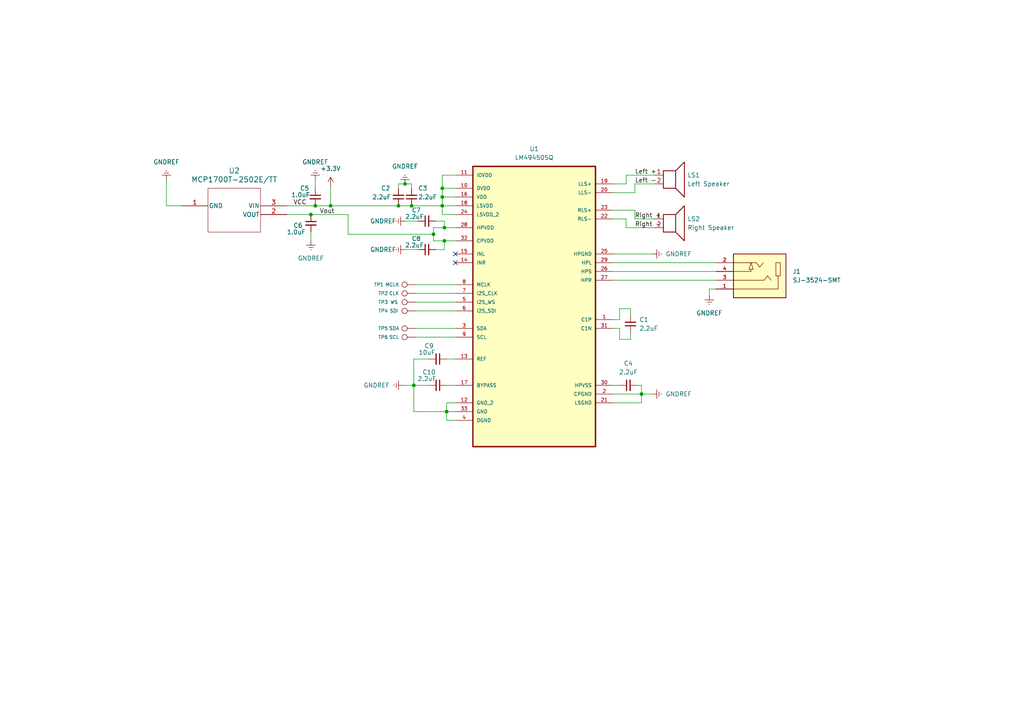
<source format=kicad_sch>
(kicad_sch (version 20230121) (generator eeschema)

  (uuid e635ef85-af0a-4660-97e1-9554409c8a57)

  (paper "A4")

  (lib_symbols
    (symbol "2023-11-27_22-20-51:MCP1700T-2502E_TT" (pin_names (offset 0.254)) (in_bom yes) (on_board yes)
      (property "Reference" "U2" (at 40.64 8.89 0)
        (effects (font (size 1.524 1.524)))
      )
      (property "Value" "MCP1700T-2502E/TT" (at 40.64 6.35 0)
        (effects (font (size 1.524 1.524)))
      )
      (property "Footprint" "SOT-23_MC_MCH" (at 0 0 0)
        (effects (font (size 1.27 1.27) italic) hide)
      )
      (property "Datasheet" "MCP1700T-2502E/TT" (at 0 0 0)
        (effects (font (size 1.27 1.27) italic) hide)
      )
      (property "ki_locked" "" (at 0 0 0)
        (effects (font (size 1.27 1.27)))
      )
      (property "ki_keywords" "MCP1700T-2502E/TT" (at 0 0 0)
        (effects (font (size 1.27 1.27)) hide)
      )
      (property "ki_fp_filters" "SOT-23_MC_MCH SOT-23_MC_MCH-M SOT-23_MC_MCH-L" (at 0 0 0)
        (effects (font (size 1.27 1.27)) hide)
      )
      (symbol "MCP1700T-2502E_TT_0_1"
        (polyline
          (pts
            (xy 33.02 -7.62)
            (xy 48.26 -7.62)
          )
          (stroke (width 0.127) (type default))
          (fill (type none))
        )
        (polyline
          (pts
            (xy 33.02 5.08)
            (xy 33.02 -7.62)
          )
          (stroke (width 0.127) (type default))
          (fill (type none))
        )
        (polyline
          (pts
            (xy 48.26 -7.62)
            (xy 48.26 5.08)
          )
          (stroke (width 0.127) (type default))
          (fill (type none))
        )
        (polyline
          (pts
            (xy 48.26 5.08)
            (xy 33.02 5.08)
          )
          (stroke (width 0.127) (type default))
          (fill (type none))
        )
        (pin unspecified line (at 25.4 0 0) (length 7.62)
          (name "GND" (effects (font (size 1.27 1.27))))
          (number "1" (effects (font (size 1.27 1.27))))
        )
        (pin unspecified line (at 55.88 -2.54 180) (length 7.62)
          (name "VOUT" (effects (font (size 1.27 1.27))))
          (number "2" (effects (font (size 1.27 1.27))))
        )
        (pin unspecified line (at 55.88 0 180) (length 7.62)
          (name "VIN" (effects (font (size 1.27 1.27))))
          (number "3" (effects (font (size 1.27 1.27))))
        )
      )
    )
    (symbol "Connector:TestPoint" (pin_numbers hide) (pin_names (offset 0.762) hide) (in_bom yes) (on_board yes)
      (property "Reference" "TP" (at 0 6.858 0)
        (effects (font (size 1.27 1.27)))
      )
      (property "Value" "TestPoint" (at 0 5.08 0)
        (effects (font (size 1.27 1.27)))
      )
      (property "Footprint" "" (at 5.08 0 0)
        (effects (font (size 1.27 1.27)) hide)
      )
      (property "Datasheet" "~" (at 5.08 0 0)
        (effects (font (size 1.27 1.27)) hide)
      )
      (property "ki_keywords" "test point tp" (at 0 0 0)
        (effects (font (size 1.27 1.27)) hide)
      )
      (property "ki_description" "test point" (at 0 0 0)
        (effects (font (size 1.27 1.27)) hide)
      )
      (property "ki_fp_filters" "Pin* Test*" (at 0 0 0)
        (effects (font (size 1.27 1.27)) hide)
      )
      (symbol "TestPoint_0_1"
        (circle (center 0 3.302) (radius 0.762)
          (stroke (width 0) (type default))
          (fill (type none))
        )
      )
      (symbol "TestPoint_1_1"
        (pin passive line (at 0 0 90) (length 2.54)
          (name "1" (effects (font (size 1.27 1.27))))
          (number "1" (effects (font (size 1.27 1.27))))
        )
      )
    )
    (symbol "Device:C_Small" (pin_numbers hide) (pin_names (offset 0.254) hide) (in_bom yes) (on_board yes)
      (property "Reference" "C" (at 0.254 1.778 0)
        (effects (font (size 1.27 1.27)) (justify left))
      )
      (property "Value" "C_Small" (at 0.254 -2.032 0)
        (effects (font (size 1.27 1.27)) (justify left))
      )
      (property "Footprint" "" (at 0 0 0)
        (effects (font (size 1.27 1.27)) hide)
      )
      (property "Datasheet" "~" (at 0 0 0)
        (effects (font (size 1.27 1.27)) hide)
      )
      (property "ki_keywords" "capacitor cap" (at 0 0 0)
        (effects (font (size 1.27 1.27)) hide)
      )
      (property "ki_description" "Unpolarized capacitor, small symbol" (at 0 0 0)
        (effects (font (size 1.27 1.27)) hide)
      )
      (property "ki_fp_filters" "C_*" (at 0 0 0)
        (effects (font (size 1.27 1.27)) hide)
      )
      (symbol "C_Small_0_1"
        (polyline
          (pts
            (xy -1.524 -0.508)
            (xy 1.524 -0.508)
          )
          (stroke (width 0.3302) (type default))
          (fill (type none))
        )
        (polyline
          (pts
            (xy -1.524 0.508)
            (xy 1.524 0.508)
          )
          (stroke (width 0.3048) (type default))
          (fill (type none))
        )
      )
      (symbol "C_Small_1_1"
        (pin passive line (at 0 2.54 270) (length 2.032)
          (name "~" (effects (font (size 1.27 1.27))))
          (number "1" (effects (font (size 1.27 1.27))))
        )
        (pin passive line (at 0 -2.54 90) (length 2.032)
          (name "~" (effects (font (size 1.27 1.27))))
          (number "2" (effects (font (size 1.27 1.27))))
        )
      )
    )
    (symbol "Device:Speaker" (pin_names (offset 0) hide) (in_bom yes) (on_board yes)
      (property "Reference" "LS" (at 1.27 5.715 0)
        (effects (font (size 1.27 1.27)) (justify right))
      )
      (property "Value" "Speaker" (at 1.27 3.81 0)
        (effects (font (size 1.27 1.27)) (justify right))
      )
      (property "Footprint" "" (at 0 -5.08 0)
        (effects (font (size 1.27 1.27)) hide)
      )
      (property "Datasheet" "~" (at -0.254 -1.27 0)
        (effects (font (size 1.27 1.27)) hide)
      )
      (property "ki_keywords" "speaker sound" (at 0 0 0)
        (effects (font (size 1.27 1.27)) hide)
      )
      (property "ki_description" "Speaker" (at 0 0 0)
        (effects (font (size 1.27 1.27)) hide)
      )
      (symbol "Speaker_0_0"
        (rectangle (start -2.54 1.27) (end 1.016 -3.81)
          (stroke (width 0.254) (type default))
          (fill (type none))
        )
        (polyline
          (pts
            (xy 1.016 1.27)
            (xy 3.556 3.81)
            (xy 3.556 -6.35)
            (xy 1.016 -3.81)
          )
          (stroke (width 0.254) (type default))
          (fill (type none))
        )
      )
      (symbol "Speaker_1_1"
        (pin input line (at -5.08 0 0) (length 2.54)
          (name "1" (effects (font (size 1.27 1.27))))
          (number "1" (effects (font (size 1.27 1.27))))
        )
        (pin input line (at -5.08 -2.54 0) (length 2.54)
          (name "2" (effects (font (size 1.27 1.27))))
          (number "2" (effects (font (size 1.27 1.27))))
        )
      )
    )
    (symbol "LM49450SQ:LM49450SQ" (pin_names (offset 1.016)) (in_bom yes) (on_board yes)
      (property "Reference" "U1" (at 0 43.18 0)
        (effects (font (size 1.27 1.27)))
      )
      (property "Value" "LM49450SQ" (at 0 40.64 0)
        (effects (font (size 1.27 1.27)))
      )
      (property "Footprint" "LM49450SQ:QFN50P500X500X80-33N" (at 0 0 0)
        (effects (font (size 1.27 1.27)) (justify bottom) hide)
      )
      (property "Datasheet" "" (at 0 0 0)
        (effects (font (size 1.27 1.27)) hide)
      )
      (property "DigiKey_Part_Number" "" (at 0 0 0)
        (effects (font (size 1.27 1.27)) (justify bottom) hide)
      )
      (property "SnapEDA_Link" "https://www.snapeda.com/parts/LM49450SQ/Texas+Instruments/view-part/?ref=snap" (at 0 0 0)
        (effects (font (size 1.27 1.27)) (justify bottom) hide)
      )
      (property "Description" "\nAmplifier IC 2-Channel (Stereo) with Stereo Headphones Class D 32-WQFN (5x5)\n" (at 0 0 0)
        (effects (font (size 1.27 1.27)) (justify bottom) hide)
      )
      (property "PACKAGE" "LLP-32" (at 0 0 0)
        (effects (font (size 1.27 1.27)) (justify bottom) hide)
      )
      (property "MPN" "LM49450SQ" (at 0 0 0)
        (effects (font (size 1.27 1.27)) (justify bottom) hide)
      )
      (property "Package" "LLP-32 Texas Instruments" (at 0 0 0)
        (effects (font (size 1.27 1.27)) (justify bottom) hide)
      )
      (property "OC_FARNELL" "1685401" (at 0 0 0)
        (effects (font (size 1.27 1.27)) (justify bottom) hide)
      )
      (property "MF" "Texas Instruments" (at 0 0 0)
        (effects (font (size 1.27 1.27)) (justify bottom) hide)
      )
      (property "MP" "LM49450SQ" (at 0 0 0)
        (effects (font (size 1.27 1.27)) (justify bottom) hide)
      )
      (property "SUPPLIER" "National semiconductor" (at 0 0 0)
        (effects (font (size 1.27 1.27)) (justify bottom) hide)
      )
      (property "OC_NEWARK" "84M8142" (at 0 0 0)
        (effects (font (size 1.27 1.27)) (justify bottom) hide)
      )
      (property "Check_prices" "https://www.snapeda.com/parts/LM49450SQ/Texas+Instruments/view-part/?ref=eda" (at 0 0 0)
        (effects (font (size 1.27 1.27)) (justify bottom) hide)
      )
      (symbol "LM49450SQ_0_0"
        (rectangle (start -17.78 38.1) (end 17.78 -43.18)
          (stroke (width 0.4064) (type default))
          (fill (type background))
        )
        (pin passive line (at 22.86 -6.35 180) (length 5.08)
          (name "C1P" (effects (font (size 1.016 1.016))))
          (number "1" (effects (font (size 1.016 1.016))))
        )
        (pin power_in line (at -22.86 31.75 0) (length 5.08)
          (name "DVDD" (effects (font (size 1.016 1.016))))
          (number "10" (effects (font (size 1.016 1.016))))
        )
        (pin power_in line (at -22.86 35.56 0) (length 5.08)
          (name "IOVDD" (effects (font (size 1.016 1.016))))
          (number "11" (effects (font (size 1.016 1.016))))
        )
        (pin passive line (at -22.86 -30.48 0) (length 5.08)
          (name "GND_2" (effects (font (size 1.016 1.016))))
          (number "12" (effects (font (size 1.016 1.016))))
        )
        (pin passive line (at -22.86 -17.78 0) (length 5.08)
          (name "REF" (effects (font (size 1.016 1.016))))
          (number "13" (effects (font (size 1.016 1.016))))
        )
        (pin input line (at -22.86 10.16 0) (length 5.08)
          (name "INR" (effects (font (size 1.016 1.016))))
          (number "14" (effects (font (size 1.016 1.016))))
        )
        (pin input line (at -22.86 12.7 0) (length 5.08)
          (name "INL" (effects (font (size 1.016 1.016))))
          (number "15" (effects (font (size 1.016 1.016))))
        )
        (pin power_in line (at -22.86 29.21 0) (length 5.08)
          (name "VDD" (effects (font (size 1.016 1.016))))
          (number "16" (effects (font (size 1.016 1.016))))
        )
        (pin passive line (at -22.86 -25.4 0) (length 5.08)
          (name "BYPASS" (effects (font (size 1.016 1.016))))
          (number "17" (effects (font (size 1.016 1.016))))
        )
        (pin power_in line (at -22.86 26.67 0) (length 5.08)
          (name "LSVDD" (effects (font (size 1.016 1.016))))
          (number "18" (effects (font (size 1.016 1.016))))
        )
        (pin output line (at 22.86 33.02 180) (length 5.08)
          (name "LLS+" (effects (font (size 1.016 1.016))))
          (number "19" (effects (font (size 1.016 1.016))))
        )
        (pin passive line (at 22.86 -27.94 180) (length 5.08)
          (name "CPGND" (effects (font (size 1.016 1.016))))
          (number "2" (effects (font (size 1.016 1.016))))
        )
        (pin output line (at 22.86 30.48 180) (length 5.08)
          (name "LLS-" (effects (font (size 1.016 1.016))))
          (number "20" (effects (font (size 1.016 1.016))))
        )
        (pin passive line (at 22.86 -30.48 180) (length 5.08)
          (name "LSGND" (effects (font (size 1.016 1.016))))
          (number "21" (effects (font (size 1.016 1.016))))
        )
        (pin output line (at 22.86 22.86 180) (length 5.08)
          (name "RLS-" (effects (font (size 1.016 1.016))))
          (number "22" (effects (font (size 1.016 1.016))))
        )
        (pin output line (at 22.86 25.4 180) (length 5.08)
          (name "RLS+" (effects (font (size 1.016 1.016))))
          (number "23" (effects (font (size 1.016 1.016))))
        )
        (pin power_in line (at -22.86 24.13 0) (length 5.08)
          (name "LSVDD_2" (effects (font (size 1.016 1.016))))
          (number "24" (effects (font (size 1.016 1.016))))
        )
        (pin passive line (at 22.86 12.7 180) (length 5.08)
          (name "HPGND" (effects (font (size 1.016 1.016))))
          (number "25" (effects (font (size 1.016 1.016))))
        )
        (pin input line (at 22.86 7.62 180) (length 5.08)
          (name "HPS" (effects (font (size 1.016 1.016))))
          (number "26" (effects (font (size 1.016 1.016))))
        )
        (pin output line (at 22.86 5.08 180) (length 5.08)
          (name "HPR" (effects (font (size 1.016 1.016))))
          (number "27" (effects (font (size 1.016 1.016))))
        )
        (pin power_in line (at -22.86 20.32 0) (length 5.08)
          (name "HPVDD" (effects (font (size 1.016 1.016))))
          (number "28" (effects (font (size 1.016 1.016))))
        )
        (pin output line (at 22.86 10.16 180) (length 5.08)
          (name "HPL" (effects (font (size 1.016 1.016))))
          (number "29" (effects (font (size 1.016 1.016))))
        )
        (pin input line (at -22.86 -8.89 0) (length 5.08)
          (name "SDA" (effects (font (size 1.016 1.016))))
          (number "3" (effects (font (size 1.016 1.016))))
        )
        (pin power_in line (at 22.86 -25.4 180) (length 5.08)
          (name "HPVSS" (effects (font (size 1.016 1.016))))
          (number "30" (effects (font (size 1.016 1.016))))
        )
        (pin passive line (at 22.86 -8.89 180) (length 5.08)
          (name "C1N" (effects (font (size 1.016 1.016))))
          (number "31" (effects (font (size 1.016 1.016))))
        )
        (pin power_in line (at -22.86 16.51 0) (length 5.08)
          (name "CPVDD" (effects (font (size 1.016 1.016))))
          (number "32" (effects (font (size 1.016 1.016))))
        )
        (pin passive line (at -22.86 -33.02 0) (length 5.08)
          (name "GND" (effects (font (size 1.016 1.016))))
          (number "33" (effects (font (size 1.016 1.016))))
        )
        (pin passive line (at -22.86 -35.56 0) (length 5.08)
          (name "DGND" (effects (font (size 1.016 1.016))))
          (number "4" (effects (font (size 1.016 1.016))))
        )
        (pin input line (at -22.86 -1.27 0) (length 5.08)
          (name "I2S_WS" (effects (font (size 1.016 1.016))))
          (number "5" (effects (font (size 1.016 1.016))))
        )
        (pin input line (at -22.86 -3.81 0) (length 5.08)
          (name "I2S_SDI" (effects (font (size 1.016 1.016))))
          (number "6" (effects (font (size 1.016 1.016))))
        )
        (pin input line (at -22.86 1.27 0) (length 5.08)
          (name "I2S_CLK" (effects (font (size 1.016 1.016))))
          (number "7" (effects (font (size 1.016 1.016))))
        )
        (pin input line (at -22.86 3.81 0) (length 5.08)
          (name "MCLK" (effects (font (size 1.016 1.016))))
          (number "8" (effects (font (size 1.016 1.016))))
        )
        (pin input line (at -22.86 -11.43 0) (length 5.08)
          (name "SCL" (effects (font (size 1.016 1.016))))
          (number "9" (effects (font (size 1.016 1.016))))
        )
      )
    )
    (symbol "SJ-3524-SMT:SJ-3524-SMT" (pin_names (offset 1.016)) (in_bom yes) (on_board yes)
      (property "Reference" "J" (at -7.637 8.2738 0)
        (effects (font (size 1.27 1.27)) (justify left bottom))
      )
      (property "Value" "SJ-3524-SMT" (at -7.6519 -7.6606 0)
        (effects (font (size 1.27 1.27)) (justify left bottom))
      )
      (property "Footprint" "SJ-3524-SMT:CUI_SJ-3524-SMT" (at 0 0 0)
        (effects (font (size 1.27 1.27)) (justify bottom) hide)
      )
      (property "Datasheet" "" (at 0 0 0)
        (effects (font (size 1.27 1.27)) hide)
      )
      (property "MF" "CUI Devices" (at 0 0 0)
        (effects (font (size 1.27 1.27)) (justify bottom) hide)
      )
      (property "Description" "3.5 mm, Stereo, Right Angle, Surface Mount (SMT), 3 Conductors, 1 Internal Switch, Audio Jack Connector" (at 0 0 0)
        (effects (font (size 1.27 1.27)) (justify bottom) hide)
      )
      (property "Package" "None" (at 0 0 0)
        (effects (font (size 1.27 1.27)) (justify bottom) hide)
      )
      (property "Price" "None" (at 0 0 0)
        (effects (font (size 1.27 1.27)) (justify bottom) hide)
      )
      (property "STANDARD" "Manufacturer recommendations" (at 0 0 0)
        (effects (font (size 1.27 1.27)) (justify bottom) hide)
      )
      (property "PARTREV" "1.03" (at 0 0 0)
        (effects (font (size 1.27 1.27)) (justify bottom) hide)
      )
      (property "SnapEDA_Link" "https://www.snapeda.com/parts/SJ-3524-SMT-TR/CUI+Devices/view-part/?ref=snap" (at 0 0 0)
        (effects (font (size 1.27 1.27)) (justify bottom) hide)
      )
      (property "MP" "SJ-3524-SMT-TR" (at 0 0 0)
        (effects (font (size 1.27 1.27)) (justify bottom) hide)
      )
      (property "Purchase-URL" "https://www.snapeda.com/api/url_track_click_mouser/?unipart_id=328268&manufacturer=CUI Devices&part_name=SJ-3524-SMT-TR&search_term=None" (at 0 0 0)
        (effects (font (size 1.27 1.27)) (justify bottom) hide)
      )
      (property "CUI_purchase_URL" "https://www.cuidevices.com/product/interconnect/connectors/audio-connectors/jacks/sj-3524-smt-tr?utm_source=snapeda.com&utm_medium=referral&utm_campaign=snapedaBOM" (at 0 0 0)
        (effects (font (size 1.27 1.27)) (justify bottom) hide)
      )
      (property "Availability" "In Stock" (at 0 0 0)
        (effects (font (size 1.27 1.27)) (justify bottom) hide)
      )
      (property "Check_prices" "https://www.snapeda.com/parts/SJ-3524-SMT-TR/CUI+Devices/view-part/?ref=eda" (at 0 0 0)
        (effects (font (size 1.27 1.27)) (justify bottom) hide)
      )
      (symbol "SJ-3524-SMT_0_0"
        (rectangle (start -7.62 -5.08) (end 7.62 7.62)
          (stroke (width 0.254) (type default))
          (fill (type background))
        )
        (polyline
          (pts
            (xy -5.969 -2.54)
            (xy -4.699 -2.54)
          )
          (stroke (width 0.1524) (type default))
          (fill (type none))
        )
        (polyline
          (pts
            (xy -5.969 1.27)
            (xy -5.969 -2.54)
          )
          (stroke (width 0.1524) (type default))
          (fill (type none))
        )
        (polyline
          (pts
            (xy -5.334 1.27)
            (xy -5.969 1.27)
          )
          (stroke (width 0.1524) (type default))
          (fill (type none))
        )
        (polyline
          (pts
            (xy -5.334 1.27)
            (xy -5.334 5.08)
          )
          (stroke (width 0.1524) (type default))
          (fill (type none))
        )
        (polyline
          (pts
            (xy -5.334 5.08)
            (xy 7.62 5.08)
          )
          (stroke (width 0.1524) (type default))
          (fill (type none))
        )
        (polyline
          (pts
            (xy -4.699 -2.54)
            (xy -4.699 1.27)
          )
          (stroke (width 0.1524) (type default))
          (fill (type none))
        )
        (polyline
          (pts
            (xy -4.699 1.27)
            (xy -5.334 1.27)
          )
          (stroke (width 0.1524) (type default))
          (fill (type none))
        )
        (polyline
          (pts
            (xy -2.286 1.27)
            (xy -3.302 2.54)
          )
          (stroke (width 0.1524) (type default))
          (fill (type none))
        )
        (polyline
          (pts
            (xy -1.27 2.54)
            (xy -2.286 1.27)
          )
          (stroke (width 0.1524) (type default))
          (fill (type none))
        )
        (polyline
          (pts
            (xy -1.016 -2.54)
            (xy 0 -1.27)
          )
          (stroke (width 0.1524) (type default))
          (fill (type none))
        )
        (polyline
          (pts
            (xy 0 -1.27)
            (xy 1.016 -2.54)
          )
          (stroke (width 0.1524) (type default))
          (fill (type none))
        )
        (polyline
          (pts
            (xy 1.9 -0.6)
            (xy 2.5 -2.53)
          )
          (stroke (width 0.1524) (type default))
          (fill (type none))
        )
        (polyline
          (pts
            (xy 1.9 -0.6)
            (xy 3.09 -0.6)
          )
          (stroke (width 0.1524) (type default))
          (fill (type none))
        )
        (polyline
          (pts
            (xy 2.53 -2.52)
            (xy 2.53 -2.53)
          )
          (stroke (width 0.1524) (type default))
          (fill (type none))
        )
        (polyline
          (pts
            (xy 2.54 0)
            (xy 2.54 -0.62)
          )
          (stroke (width 0.1524) (type default))
          (fill (type none))
        )
        (polyline
          (pts
            (xy 2.54 0)
            (xy 7.62 0)
          )
          (stroke (width 0.1524) (type default))
          (fill (type none))
        )
        (polyline
          (pts
            (xy 3.09 -0.6)
            (xy 2.53 -2.52)
          )
          (stroke (width 0.1524) (type default))
          (fill (type none))
        )
        (polyline
          (pts
            (xy 7.62 -2.54)
            (xy 1.016 -2.54)
          )
          (stroke (width 0.1524) (type default))
          (fill (type none))
        )
        (polyline
          (pts
            (xy 7.62 2.54)
            (xy -1.27 2.54)
          )
          (stroke (width 0.1524) (type default))
          (fill (type none))
        )
        (pin passive line (at 12.7 5.08 180) (length 5.08)
          (name "~" (effects (font (size 1.016 1.016))))
          (number "1" (effects (font (size 1.016 1.016))))
        )
        (pin passive line (at 12.7 -2.54 180) (length 5.08)
          (name "~" (effects (font (size 1.016 1.016))))
          (number "2" (effects (font (size 1.016 1.016))))
        )
        (pin passive line (at 12.7 2.54 180) (length 5.08)
          (name "~" (effects (font (size 1.016 1.016))))
          (number "3" (effects (font (size 1.016 1.016))))
        )
        (pin passive line (at 12.7 0 180) (length 5.08)
          (name "~" (effects (font (size 1.016 1.016))))
          (number "4" (effects (font (size 1.016 1.016))))
        )
      )
    )
    (symbol "power:+3.3V" (power) (pin_names (offset 0)) (in_bom yes) (on_board yes)
      (property "Reference" "#PWR" (at 0 -3.81 0)
        (effects (font (size 1.27 1.27)) hide)
      )
      (property "Value" "+3.3V" (at 0 3.556 0)
        (effects (font (size 1.27 1.27)))
      )
      (property "Footprint" "" (at 0 0 0)
        (effects (font (size 1.27 1.27)) hide)
      )
      (property "Datasheet" "" (at 0 0 0)
        (effects (font (size 1.27 1.27)) hide)
      )
      (property "ki_keywords" "global power" (at 0 0 0)
        (effects (font (size 1.27 1.27)) hide)
      )
      (property "ki_description" "Power symbol creates a global label with name \"+3.3V\"" (at 0 0 0)
        (effects (font (size 1.27 1.27)) hide)
      )
      (symbol "+3.3V_0_1"
        (polyline
          (pts
            (xy -0.762 1.27)
            (xy 0 2.54)
          )
          (stroke (width 0) (type default))
          (fill (type none))
        )
        (polyline
          (pts
            (xy 0 0)
            (xy 0 2.54)
          )
          (stroke (width 0) (type default))
          (fill (type none))
        )
        (polyline
          (pts
            (xy 0 2.54)
            (xy 0.762 1.27)
          )
          (stroke (width 0) (type default))
          (fill (type none))
        )
      )
      (symbol "+3.3V_1_1"
        (pin power_in line (at 0 0 90) (length 0) hide
          (name "+3.3V" (effects (font (size 1.27 1.27))))
          (number "1" (effects (font (size 1.27 1.27))))
        )
      )
    )
    (symbol "power:GNDREF" (power) (pin_names (offset 0)) (in_bom yes) (on_board yes)
      (property "Reference" "#PWR" (at 0 -6.35 0)
        (effects (font (size 1.27 1.27)) hide)
      )
      (property "Value" "GNDREF" (at 0 -3.81 0)
        (effects (font (size 1.27 1.27)))
      )
      (property "Footprint" "" (at 0 0 0)
        (effects (font (size 1.27 1.27)) hide)
      )
      (property "Datasheet" "" (at 0 0 0)
        (effects (font (size 1.27 1.27)) hide)
      )
      (property "ki_keywords" "global power" (at 0 0 0)
        (effects (font (size 1.27 1.27)) hide)
      )
      (property "ki_description" "Power symbol creates a global label with name \"GNDREF\" , reference supply ground" (at 0 0 0)
        (effects (font (size 1.27 1.27)) hide)
      )
      (symbol "GNDREF_0_1"
        (polyline
          (pts
            (xy -0.635 -1.905)
            (xy 0.635 -1.905)
          )
          (stroke (width 0) (type default))
          (fill (type none))
        )
        (polyline
          (pts
            (xy -0.127 -2.54)
            (xy 0.127 -2.54)
          )
          (stroke (width 0) (type default))
          (fill (type none))
        )
        (polyline
          (pts
            (xy 0 -1.27)
            (xy 0 0)
          )
          (stroke (width 0) (type default))
          (fill (type none))
        )
        (polyline
          (pts
            (xy 1.27 -1.27)
            (xy -1.27 -1.27)
          )
          (stroke (width 0) (type default))
          (fill (type none))
        )
      )
      (symbol "GNDREF_1_1"
        (pin power_in line (at 0 0 270) (length 0) hide
          (name "GNDREF" (effects (font (size 1.27 1.27))))
          (number "1" (effects (font (size 1.27 1.27))))
        )
      )
    )
  )

  (junction (at 186.055 114.3) (diameter 0) (color 0 0 0 0)
    (uuid 19570315-02e3-4847-816c-781d02f2bbdb)
  )
  (junction (at 115.57 59.69) (diameter 0) (color 0 0 0 0)
    (uuid 2ab8081b-00fb-439e-810d-056ac8ec3f4a)
  )
  (junction (at 119.38 59.69) (diameter 0) (color 0 0 0 0)
    (uuid 4515eed7-9efd-4798-9821-6462036d9d43)
  )
  (junction (at 120.015 111.76) (diameter 0) (color 0 0 0 0)
    (uuid 4d0b6e09-c137-4764-88ed-8d925e3c0461)
  )
  (junction (at 128.27 59.69) (diameter 0) (color 0 0 0 0)
    (uuid 72678646-b493-4330-aa79-a98ad309d2e4)
  )
  (junction (at 129.54 119.38) (diameter 0) (color 0 0 0 0)
    (uuid 81ced38e-9ded-4fac-8ddf-14f97007fe61)
  )
  (junction (at 128.27 57.15) (diameter 0) (color 0 0 0 0)
    (uuid 84f79016-26da-456c-82b4-148c679f4e71)
  )
  (junction (at 91.44 59.69) (diameter 0) (color 0 0 0 0)
    (uuid 968aaaab-d72c-4114-b400-b25b9da0f111)
  )
  (junction (at 128.905 66.04) (diameter 0) (color 0 0 0 0)
    (uuid 971fd90e-9241-4dda-ae04-2ea7c8372e11)
  )
  (junction (at 128.905 69.85) (diameter 0) (color 0 0 0 0)
    (uuid a451ec45-4ac9-4752-88cd-30dac116e8a9)
  )
  (junction (at 117.475 53.34) (diameter 0) (color 0 0 0 0)
    (uuid b80e904c-747a-4021-8aea-0ba16704ec7b)
  )
  (junction (at 95.885 59.69) (diameter 0) (color 0 0 0 0)
    (uuid d1139f86-87fe-4f3f-af3f-7f40aeefce17)
  )
  (junction (at 125.73 67.945) (diameter 0) (color 0 0 0 0)
    (uuid f826cd65-c836-46e4-bfde-fd16e7ceb4c3)
  )
  (junction (at 128.27 54.61) (diameter 0) (color 0 0 0 0)
    (uuid fb179b3c-40f9-46b8-8cb2-0a6a451d8037)
  )
  (junction (at 90.17 62.23) (diameter 0) (color 0 0 0 0)
    (uuid ff084265-f4b8-481b-9597-39ce71bf83e5)
  )

  (no_connect (at 132.08 76.2) (uuid 86a206b4-e390-4b5f-bc85-f809d2b8386d))
  (no_connect (at 132.08 73.66) (uuid c3636adb-1384-4f99-ac7a-060148f409ca))

  (wire (pts (xy 179.705 92.71) (xy 179.705 89.535))
    (stroke (width 0) (type default))
    (uuid 02706681-3331-48ff-98c7-50f580c06f1a)
  )
  (wire (pts (xy 128.27 62.23) (xy 132.08 62.23))
    (stroke (width 0) (type default))
    (uuid 07dbd0b0-f965-4788-aba8-69bfdb1c199e)
  )
  (wire (pts (xy 182.88 96.52) (xy 182.88 98.425))
    (stroke (width 0) (type default))
    (uuid 0961241a-cf3e-447d-a0d8-2a6eb254569e)
  )
  (wire (pts (xy 186.055 114.3) (xy 189.23 114.3))
    (stroke (width 0) (type default))
    (uuid 0a285e7f-da9a-4bdb-9f9e-1f3898a63ede)
  )
  (wire (pts (xy 177.8 92.71) (xy 179.705 92.71))
    (stroke (width 0) (type default))
    (uuid 0c501e50-f04b-4191-a716-de95d8bc5a7b)
  )
  (wire (pts (xy 184.15 55.88) (xy 184.15 53.34))
    (stroke (width 0) (type default))
    (uuid 0d0b15de-50c7-4e31-a357-a10522d3efc2)
  )
  (wire (pts (xy 120.65 90.17) (xy 132.08 90.17))
    (stroke (width 0) (type default))
    (uuid 0df1378c-614e-4068-beae-5daadc6e198d)
  )
  (wire (pts (xy 124.46 104.14) (xy 120.015 104.14))
    (stroke (width 0) (type default))
    (uuid 104b50b0-be04-4710-802b-b21eced5942b)
  )
  (wire (pts (xy 120.65 82.55) (xy 132.08 82.55))
    (stroke (width 0) (type default))
    (uuid 11f00e87-bf23-4530-bd22-8486baae2ef5)
  )
  (wire (pts (xy 177.8 53.34) (xy 181.61 53.34))
    (stroke (width 0) (type default))
    (uuid 1621178c-60c4-4267-b92f-6e8846780eba)
  )
  (wire (pts (xy 100.965 62.23) (xy 90.17 62.23))
    (stroke (width 0) (type default))
    (uuid 162593f7-d7ac-4cb6-bd68-dee7950aa315)
  )
  (wire (pts (xy 125.73 66.04) (xy 125.73 67.945))
    (stroke (width 0) (type default))
    (uuid 16896edc-3f82-40b5-afe4-c5f01423fef2)
  )
  (wire (pts (xy 48.26 52.07) (xy 48.26 59.69))
    (stroke (width 0) (type default))
    (uuid 17d54e6f-28bd-4095-a77c-e9b12d2738a5)
  )
  (wire (pts (xy 128.905 66.04) (xy 132.08 66.04))
    (stroke (width 0) (type default))
    (uuid 1cf8915c-b9f4-413f-9d29-035346fc7fc6)
  )
  (wire (pts (xy 177.8 60.96) (xy 184.15 60.96))
    (stroke (width 0) (type default))
    (uuid 2438096f-2da1-4f0d-ad31-32aa13dcc51b)
  )
  (wire (pts (xy 177.8 63.5) (xy 181.61 63.5))
    (stroke (width 0) (type default))
    (uuid 2573fe49-9ad2-4fab-a913-ed2babf53ea8)
  )
  (wire (pts (xy 132.08 57.15) (xy 128.27 57.15))
    (stroke (width 0) (type default))
    (uuid 2bff60a3-9db3-4c9d-8710-d257af9ee971)
  )
  (wire (pts (xy 117.475 64.135) (xy 121.285 64.135))
    (stroke (width 0) (type default))
    (uuid 2d204f9e-1b01-4b78-bbf2-e02ec803a671)
  )
  (wire (pts (xy 120.65 95.25) (xy 132.08 95.25))
    (stroke (width 0) (type default))
    (uuid 31fcf0eb-404d-49a6-a629-58408bc50adf)
  )
  (wire (pts (xy 91.44 59.69) (xy 95.885 59.69))
    (stroke (width 0) (type default))
    (uuid 359fd188-61a8-40eb-a508-a60f6028f9c0)
  )
  (wire (pts (xy 177.8 111.76) (xy 179.705 111.76))
    (stroke (width 0) (type default))
    (uuid 3616e659-0a8b-4931-ba8a-24550c7b91be)
  )
  (wire (pts (xy 177.8 116.84) (xy 186.055 116.84))
    (stroke (width 0) (type default))
    (uuid 379e9038-6df3-4d51-b4e0-baa2e905f33c)
  )
  (wire (pts (xy 181.61 66.04) (xy 189.865 66.04))
    (stroke (width 0) (type default))
    (uuid 38f8622e-351e-43b2-b6d3-123d65459fc4)
  )
  (wire (pts (xy 129.54 119.38) (xy 132.08 119.38))
    (stroke (width 0) (type default))
    (uuid 3b5e0b6e-9950-416d-9fd5-6485e64fc9d6)
  )
  (wire (pts (xy 181.61 53.34) (xy 181.61 50.8))
    (stroke (width 0) (type default))
    (uuid 3ef10fc9-e88f-4994-964b-6cd6c077ac85)
  )
  (wire (pts (xy 177.8 78.74) (xy 207.645 78.74))
    (stroke (width 0) (type default))
    (uuid 40441780-2f9e-4678-8705-14565246e5ed)
  )
  (wire (pts (xy 186.055 116.84) (xy 186.055 114.3))
    (stroke (width 0) (type default))
    (uuid 42fe9329-cc24-4b4e-8925-8bcdc944203f)
  )
  (wire (pts (xy 95.885 53.975) (xy 95.885 59.69))
    (stroke (width 0) (type default))
    (uuid 4a99cdd6-f770-4df3-950e-2c8370efa5cd)
  )
  (wire (pts (xy 128.27 50.8) (xy 128.27 54.61))
    (stroke (width 0) (type default))
    (uuid 4ca13e3a-466f-42c8-b53b-e934f256ff1e)
  )
  (wire (pts (xy 184.15 63.5) (xy 189.865 63.5))
    (stroke (width 0) (type default))
    (uuid 5396a367-f12a-433e-a1b4-e0efe6ba0bf8)
  )
  (wire (pts (xy 129.54 104.14) (xy 132.08 104.14))
    (stroke (width 0) (type default))
    (uuid 5475e05e-c7e2-4bb1-ba7a-d6d944235b45)
  )
  (wire (pts (xy 120.015 111.76) (xy 120.015 119.38))
    (stroke (width 0) (type default))
    (uuid 56ef9131-139d-4101-b989-53d301f5462a)
  )
  (wire (pts (xy 182.88 89.535) (xy 182.88 91.44))
    (stroke (width 0) (type default))
    (uuid 5a15b9cf-97ac-41ab-a873-fd95c0fa2e2b)
  )
  (wire (pts (xy 177.8 73.66) (xy 189.23 73.66))
    (stroke (width 0) (type default))
    (uuid 5ed5eb1e-e116-4c06-aac8-77577d99157c)
  )
  (wire (pts (xy 207.645 83.82) (xy 205.74 83.82))
    (stroke (width 0) (type default))
    (uuid 61193295-8ded-4ddb-83ad-fdecea81f3cd)
  )
  (wire (pts (xy 177.8 114.3) (xy 186.055 114.3))
    (stroke (width 0) (type default))
    (uuid 624d5745-0198-408e-9913-a933be3c3393)
  )
  (wire (pts (xy 125.73 69.85) (xy 128.905 69.85))
    (stroke (width 0) (type default))
    (uuid 639b076c-92f9-4fed-a04e-decd11e57897)
  )
  (wire (pts (xy 115.57 59.69) (xy 119.38 59.69))
    (stroke (width 0) (type default))
    (uuid 66082bd9-5f06-4358-8827-cfa2cd5a70cf)
  )
  (wire (pts (xy 120.015 119.38) (xy 129.54 119.38))
    (stroke (width 0) (type default))
    (uuid 6fd29eae-2088-4f76-a6b5-5aa133d450e7)
  )
  (wire (pts (xy 179.705 98.425) (xy 182.88 98.425))
    (stroke (width 0) (type default))
    (uuid 70b9a0c2-d44a-49b8-baf0-0d91b14f964e)
  )
  (wire (pts (xy 125.73 67.945) (xy 125.73 69.85))
    (stroke (width 0) (type default))
    (uuid 7261a9a8-114c-4147-bfcb-b88936123699)
  )
  (wire (pts (xy 90.17 67.31) (xy 90.17 69.85))
    (stroke (width 0) (type default))
    (uuid 784fb2b7-27cb-4f9d-8090-882face0bafb)
  )
  (wire (pts (xy 116.84 111.76) (xy 120.015 111.76))
    (stroke (width 0) (type default))
    (uuid 78709d1a-2928-4b74-9ce5-86bf7538c494)
  )
  (wire (pts (xy 128.905 64.135) (xy 128.905 66.04))
    (stroke (width 0) (type default))
    (uuid 8385a4f5-7b88-49be-94f1-8bd56479f39f)
  )
  (wire (pts (xy 125.73 66.04) (xy 128.905 66.04))
    (stroke (width 0) (type default))
    (uuid 85e55374-3990-49b3-b866-2fe3290ac528)
  )
  (wire (pts (xy 184.15 53.34) (xy 189.865 53.34))
    (stroke (width 0) (type default))
    (uuid 86a95296-4a32-44b8-98dd-d67863597ed2)
  )
  (wire (pts (xy 100.965 67.945) (xy 100.965 62.23))
    (stroke (width 0) (type default))
    (uuid 882e9aa0-b9f6-409c-8e4f-21d1e74aa2b5)
  )
  (wire (pts (xy 119.38 59.69) (xy 128.27 59.69))
    (stroke (width 0) (type default))
    (uuid 8b684db6-d733-43be-8b70-487ed8911e56)
  )
  (wire (pts (xy 120.015 104.14) (xy 120.015 111.76))
    (stroke (width 0) (type default))
    (uuid 8c38d2f6-2c51-4f0f-85ed-351fa8fa3496)
  )
  (wire (pts (xy 91.44 52.07) (xy 91.44 54.61))
    (stroke (width 0) (type default))
    (uuid 8f2a09be-cc85-46d6-a6e6-2710fd699ea9)
  )
  (wire (pts (xy 181.61 50.8) (xy 189.865 50.8))
    (stroke (width 0) (type default))
    (uuid 90a5eb16-b3e9-4dfc-b18b-232e69ea402a)
  )
  (wire (pts (xy 95.885 59.69) (xy 115.57 59.69))
    (stroke (width 0) (type default))
    (uuid 91f5681d-0ba9-4ff9-a568-db6372f15696)
  )
  (wire (pts (xy 177.8 95.25) (xy 179.705 95.25))
    (stroke (width 0) (type default))
    (uuid 94260a1e-63c8-4173-989a-db6c6109690d)
  )
  (wire (pts (xy 100.965 67.945) (xy 125.73 67.945))
    (stroke (width 0) (type default))
    (uuid 94b250a0-c271-4c3f-8952-e41be9ec59a7)
  )
  (wire (pts (xy 117.475 72.39) (xy 121.285 72.39))
    (stroke (width 0) (type default))
    (uuid 94d152dd-f349-4cef-92fb-c73fb14dd011)
  )
  (wire (pts (xy 48.26 59.69) (xy 52.705 59.69))
    (stroke (width 0) (type default))
    (uuid 953932e6-782f-4e86-ac01-b17d8434fcca)
  )
  (wire (pts (xy 120.65 87.63) (xy 132.08 87.63))
    (stroke (width 0) (type default))
    (uuid 957796d6-0be1-4a0c-9b81-598ab7fe588d)
  )
  (wire (pts (xy 177.8 76.2) (xy 207.645 76.2))
    (stroke (width 0) (type default))
    (uuid 9be9fd6b-4dd0-46a9-a88f-9c57cb3fac7f)
  )
  (wire (pts (xy 83.185 59.69) (xy 91.44 59.69))
    (stroke (width 0) (type default))
    (uuid 9c954719-ec57-417d-84c6-161886c4064d)
  )
  (wire (pts (xy 117.475 53.34) (xy 119.38 53.34))
    (stroke (width 0) (type default))
    (uuid 9f35df85-f75a-492f-b498-492787ced2af)
  )
  (wire (pts (xy 128.27 50.8) (xy 132.08 50.8))
    (stroke (width 0) (type default))
    (uuid a31d9585-07ee-4678-ad04-b5b7a6bd8db8)
  )
  (wire (pts (xy 128.905 69.85) (xy 132.08 69.85))
    (stroke (width 0) (type default))
    (uuid a3f42d99-fba8-4f60-a95f-e14b31f99d17)
  )
  (wire (pts (xy 177.8 55.88) (xy 184.15 55.88))
    (stroke (width 0) (type default))
    (uuid a54cfb66-e9c3-4246-8cb7-0152e742f8cd)
  )
  (wire (pts (xy 129.54 111.76) (xy 132.08 111.76))
    (stroke (width 0) (type default))
    (uuid a7aa68df-722f-448d-b408-67341df87ce6)
  )
  (wire (pts (xy 120.65 85.09) (xy 132.08 85.09))
    (stroke (width 0) (type default))
    (uuid abdf98ce-0015-4bf6-92c0-dbf7ae611479)
  )
  (wire (pts (xy 129.54 119.38) (xy 129.54 121.92))
    (stroke (width 0) (type default))
    (uuid aee2c7d3-e83e-44bc-95d4-8f83778b4d40)
  )
  (wire (pts (xy 128.27 54.61) (xy 128.27 57.15))
    (stroke (width 0) (type default))
    (uuid b0504d46-b89c-45d9-95eb-e392dae8e186)
  )
  (wire (pts (xy 129.54 121.92) (xy 132.08 121.92))
    (stroke (width 0) (type default))
    (uuid ba423682-668f-4f0a-9a1c-8197e01d36d3)
  )
  (wire (pts (xy 132.08 116.84) (xy 129.54 116.84))
    (stroke (width 0) (type default))
    (uuid bac1f5bd-c882-4631-b60a-60859b1b2624)
  )
  (wire (pts (xy 115.57 54.61) (xy 115.57 53.34))
    (stroke (width 0) (type default))
    (uuid c31e1cb2-8eec-4f8e-9b03-8cf1001bcba2)
  )
  (wire (pts (xy 126.365 72.39) (xy 128.905 72.39))
    (stroke (width 0) (type default))
    (uuid c6503a8b-ad5e-415e-9533-f5558b0f39f0)
  )
  (wire (pts (xy 179.705 89.535) (xy 182.88 89.535))
    (stroke (width 0) (type default))
    (uuid c7f01103-3916-43e8-ba22-5e650f2eea49)
  )
  (wire (pts (xy 179.705 95.25) (xy 179.705 98.425))
    (stroke (width 0) (type default))
    (uuid cb1de6ca-55f1-4cbb-9db3-6e580b977c9e)
  )
  (wire (pts (xy 205.74 83.82) (xy 205.74 85.725))
    (stroke (width 0) (type default))
    (uuid cc2b308c-db93-4f8c-8b7f-5cdc1c564ebd)
  )
  (wire (pts (xy 128.27 59.69) (xy 132.08 59.69))
    (stroke (width 0) (type default))
    (uuid d4194ade-5325-4a31-855a-b97f81b57731)
  )
  (wire (pts (xy 129.54 116.84) (xy 129.54 119.38))
    (stroke (width 0) (type default))
    (uuid d45b6cf1-00b8-4047-95b1-fb55b2743ec3)
  )
  (wire (pts (xy 126.365 64.135) (xy 128.905 64.135))
    (stroke (width 0) (type default))
    (uuid d8dab067-05e4-439a-af79-26d089c9034d)
  )
  (wire (pts (xy 181.61 63.5) (xy 181.61 66.04))
    (stroke (width 0) (type default))
    (uuid dadb2dfb-e739-4e54-8952-6c734ec2edde)
  )
  (wire (pts (xy 120.015 111.76) (xy 124.46 111.76))
    (stroke (width 0) (type default))
    (uuid dfeea89d-33dd-41f5-9c88-08328db9839b)
  )
  (wire (pts (xy 186.055 111.76) (xy 184.785 111.76))
    (stroke (width 0) (type default))
    (uuid e0f45249-0648-4a31-a2af-f7a089a3d8da)
  )
  (wire (pts (xy 128.27 59.69) (xy 128.27 62.23))
    (stroke (width 0) (type default))
    (uuid e1dea978-87fa-4d88-929b-e32bf68d0f04)
  )
  (wire (pts (xy 83.185 62.23) (xy 90.17 62.23))
    (stroke (width 0) (type default))
    (uuid e24acd7a-bd2d-404d-b06b-581767c1f5fe)
  )
  (wire (pts (xy 184.15 60.96) (xy 184.15 63.5))
    (stroke (width 0) (type default))
    (uuid e4e9a400-5f3f-4e15-9794-49912b33836c)
  )
  (wire (pts (xy 177.8 81.28) (xy 207.645 81.28))
    (stroke (width 0) (type default))
    (uuid e810b819-864a-4d5e-98ac-f5d3a213ec0e)
  )
  (wire (pts (xy 128.905 72.39) (xy 128.905 69.85))
    (stroke (width 0) (type default))
    (uuid eae76f46-f73c-44ef-8add-24f4834f3a94)
  )
  (wire (pts (xy 115.57 53.34) (xy 117.475 53.34))
    (stroke (width 0) (type default))
    (uuid edee2edd-1e85-4a46-abb0-e8b0422f72dd)
  )
  (wire (pts (xy 186.055 114.3) (xy 186.055 111.76))
    (stroke (width 0) (type default))
    (uuid f525ff32-d2fa-41e2-9fad-801490e782da)
  )
  (wire (pts (xy 132.08 54.61) (xy 128.27 54.61))
    (stroke (width 0) (type default))
    (uuid fba8c97c-5af1-413c-a1db-1e99e31f1bcd)
  )
  (wire (pts (xy 120.65 97.79) (xy 132.08 97.79))
    (stroke (width 0) (type default))
    (uuid fbe4a005-d4a5-4291-99ac-e58bde6ac7db)
  )
  (wire (pts (xy 119.38 53.34) (xy 119.38 54.61))
    (stroke (width 0) (type default))
    (uuid ff4a46f4-15c7-422f-b818-fdebbc57dd03)
  )
  (wire (pts (xy 128.27 57.15) (xy 128.27 59.69))
    (stroke (width 0) (type default))
    (uuid ffaa0d15-e5f5-43de-9a2a-d49a1f741396)
  )

  (label "Right -" (at 184.15 66.04 0) (fields_autoplaced)
    (effects (font (size 1.27 1.27)) (justify left bottom))
    (uuid 019f21c4-d604-40d2-9c73-4a3e5e957139)
  )
  (label "Left -" (at 184.15 53.34 0) (fields_autoplaced)
    (effects (font (size 1.27 1.27)) (justify left bottom))
    (uuid 08626557-b787-4d17-ac2d-7f5035c91b5d)
  )
  (label "Right +" (at 184.15 63.5 0) (fields_autoplaced)
    (effects (font (size 1.27 1.27)) (justify left bottom))
    (uuid 16859a77-b99c-44a7-937a-4cd48346286a)
  )
  (label "VCC" (at 85.09 59.69 0) (fields_autoplaced)
    (effects (font (size 1.27 1.27)) (justify left bottom))
    (uuid 68085a55-8d7b-449e-aa48-dfbf0c8e8a38)
  )
  (label "Left +" (at 184.15 50.8 0) (fields_autoplaced)
    (effects (font (size 1.27 1.27)) (justify left bottom))
    (uuid 7b80af72-903f-4b4a-a562-194f48539da8)
  )
  (label "Vout" (at 92.71 62.23 0) (fields_autoplaced)
    (effects (font (size 1.27 1.27)) (justify left bottom))
    (uuid 94fdd302-9533-4a90-b20a-bd8612f960eb)
  )

  (symbol (lib_id "power:GNDREF") (at 117.475 64.135 270) (unit 1)
    (in_bom yes) (on_board yes) (dnp no)
    (uuid 08f27ae9-0a79-41c7-ac05-0470bf417f62)
    (property "Reference" "#PWR010" (at 111.125 64.135 0)
      (effects (font (size 1.27 1.27)) hide)
    )
    (property "Value" "GNDREF" (at 111.125 64.135 90)
      (effects (font (size 1.27 1.27)))
    )
    (property "Footprint" "" (at 117.475 64.135 0)
      (effects (font (size 1.27 1.27)) hide)
    )
    (property "Datasheet" "" (at 117.475 64.135 0)
      (effects (font (size 1.27 1.27)) hide)
    )
    (pin "1" (uuid 3cf9e8e8-fc60-4258-b299-a17855258fa0))
    (instances
      (project "Wii Custom Audio Board (I2S)"
        (path "/e635ef85-af0a-4660-97e1-9554409c8a57"
          (reference "#PWR010") (unit 1)
        )
      )
    )
  )

  (symbol (lib_id "power:GNDREF") (at 189.23 114.3 90) (unit 1)
    (in_bom yes) (on_board yes) (dnp no) (fields_autoplaced)
    (uuid 09342ad9-17ae-44ae-9e7c-a5245d897abd)
    (property "Reference" "#PWR03" (at 195.58 114.3 0)
      (effects (font (size 1.27 1.27)) hide)
    )
    (property "Value" "GNDREF" (at 193.04 114.3 90)
      (effects (font (size 1.27 1.27)) (justify right))
    )
    (property "Footprint" "" (at 189.23 114.3 0)
      (effects (font (size 1.27 1.27)) hide)
    )
    (property "Datasheet" "" (at 189.23 114.3 0)
      (effects (font (size 1.27 1.27)) hide)
    )
    (pin "1" (uuid f4f74f65-31d4-4f89-b33d-11344ef70c06))
    (instances
      (project "Wii Custom Audio Board (I2S)"
        (path "/e635ef85-af0a-4660-97e1-9554409c8a57"
          (reference "#PWR03") (unit 1)
        )
      )
    )
  )

  (symbol (lib_id "Connector:TestPoint") (at 120.65 87.63 90) (unit 1)
    (in_bom yes) (on_board yes) (dnp no)
    (uuid 3bc6628c-63dd-4d13-af81-d0c9110330e2)
    (property "Reference" "TP3" (at 111.125 87.63 90)
      (effects (font (size 1 1)))
    )
    (property "Value" "WS" (at 114.3 87.63 90)
      (effects (font (size 1 1)))
    )
    (property "Footprint" "TestPoint:TestPoint_Pad_D1.5mm" (at 120.65 82.55 0)
      (effects (font (size 1.27 1.27)) hide)
    )
    (property "Datasheet" "~" (at 120.65 82.55 0)
      (effects (font (size 1.27 1.27)) hide)
    )
    (pin "1" (uuid be465551-bd36-4c6e-9ea7-33dafdc562b6))
    (instances
      (project "Wii Custom Audio Board (I2S)"
        (path "/e635ef85-af0a-4660-97e1-9554409c8a57"
          (reference "TP3") (unit 1)
        )
      )
    )
  )

  (symbol (lib_id "Connector:TestPoint") (at 120.65 97.79 90) (unit 1)
    (in_bom yes) (on_board yes) (dnp no)
    (uuid 530d9217-136c-409d-9b9c-68cfbe551601)
    (property "Reference" "TP6" (at 111.125 97.79 90)
      (effects (font (size 1 1)))
    )
    (property "Value" "SCL" (at 114.3 97.79 90)
      (effects (font (size 1 1)))
    )
    (property "Footprint" "TestPoint:TestPoint_Pad_D1.5mm" (at 120.65 92.71 0)
      (effects (font (size 1.27 1.27)) hide)
    )
    (property "Datasheet" "~" (at 120.65 92.71 0)
      (effects (font (size 1.27 1.27)) hide)
    )
    (pin "1" (uuid b5f534cf-99d9-42d3-b91f-db06e6b4d569))
    (instances
      (project "Wii Custom Audio Board (I2S)"
        (path "/e635ef85-af0a-4660-97e1-9554409c8a57"
          (reference "TP6") (unit 1)
        )
      )
    )
  )

  (symbol (lib_id "2023-11-27_22-20-51:MCP1700T-2502E_TT") (at 27.305 59.69 0) (unit 1)
    (in_bom yes) (on_board yes) (dnp no)
    (uuid 5b761c9f-04dd-4b06-a90f-2a00aead314c)
    (property "Reference" "U2" (at 67.945 49.53 0)
      (effects (font (size 1.524 1.524)))
    )
    (property "Value" "MCP1700T-2502E/TT" (at 67.945 52.07 0)
      (effects (font (size 1.524 1.524)))
    )
    (property "Footprint" "footprints:SOT-23_MC_MCH" (at 27.305 59.69 0)
      (effects (font (size 1.27 1.27) italic) hide)
    )
    (property "Datasheet" "MCP1700T-2502E/TT" (at 27.305 59.69 0)
      (effects (font (size 1.27 1.27) italic) hide)
    )
    (pin "3" (uuid dd07dbaa-73e9-4278-ab59-ec5672af843c))
    (pin "1" (uuid a80f0616-9cf0-49f3-b85d-044b71cb591b))
    (pin "2" (uuid 32c80afe-de00-4525-a73a-a6a37a12acc1))
    (instances
      (project "Wii Custom Audio Board (I2S)"
        (path "/e635ef85-af0a-4660-97e1-9554409c8a57"
          (reference "U2") (unit 1)
        )
      )
    )
  )

  (symbol (lib_id "power:GNDREF") (at 91.44 52.07 180) (unit 1)
    (in_bom yes) (on_board yes) (dnp no) (fields_autoplaced)
    (uuid 5ea7400f-a07b-4268-b476-aaabf0b099c2)
    (property "Reference" "#PWR05" (at 91.44 45.72 0)
      (effects (font (size 1.27 1.27)) hide)
    )
    (property "Value" "GNDREF" (at 91.44 46.99 0)
      (effects (font (size 1.27 1.27)))
    )
    (property "Footprint" "" (at 91.44 52.07 0)
      (effects (font (size 1.27 1.27)) hide)
    )
    (property "Datasheet" "" (at 91.44 52.07 0)
      (effects (font (size 1.27 1.27)) hide)
    )
    (pin "1" (uuid ae463e1c-a893-4d94-b941-59452524567b))
    (instances
      (project "Wii Custom Audio Board (I2S)"
        (path "/e635ef85-af0a-4660-97e1-9554409c8a57"
          (reference "#PWR05") (unit 1)
        )
      )
    )
  )

  (symbol (lib_id "Connector:TestPoint") (at 120.65 90.17 90) (unit 1)
    (in_bom yes) (on_board yes) (dnp no)
    (uuid 60541c46-32e6-4b5f-8f39-40a7a661d547)
    (property "Reference" "TP4" (at 111.125 90.17 90)
      (effects (font (size 1 1)))
    )
    (property "Value" "SDI" (at 114.3 90.17 90)
      (effects (font (size 1 1)))
    )
    (property "Footprint" "TestPoint:TestPoint_Pad_D1.5mm" (at 120.65 85.09 0)
      (effects (font (size 1.27 1.27)) hide)
    )
    (property "Datasheet" "~" (at 120.65 85.09 0)
      (effects (font (size 1.27 1.27)) hide)
    )
    (pin "1" (uuid 153ee235-2b73-433a-a01d-848ca07adb05))
    (instances
      (project "Wii Custom Audio Board (I2S)"
        (path "/e635ef85-af0a-4660-97e1-9554409c8a57"
          (reference "TP4") (unit 1)
        )
      )
    )
  )

  (symbol (lib_id "power:GNDREF") (at 205.74 85.725 0) (unit 1)
    (in_bom yes) (on_board yes) (dnp no) (fields_autoplaced)
    (uuid 678cff7c-cf71-4b82-be30-cfbd99a138cf)
    (property "Reference" "#PWR07" (at 205.74 92.075 0)
      (effects (font (size 1.27 1.27)) hide)
    )
    (property "Value" "GNDREF" (at 205.74 90.805 0)
      (effects (font (size 1.27 1.27)))
    )
    (property "Footprint" "" (at 205.74 85.725 0)
      (effects (font (size 1.27 1.27)) hide)
    )
    (property "Datasheet" "" (at 205.74 85.725 0)
      (effects (font (size 1.27 1.27)) hide)
    )
    (pin "1" (uuid b52bcafb-46ad-4276-9411-9d2b09998273))
    (instances
      (project "Wii Custom Audio Board (I2S)"
        (path "/e635ef85-af0a-4660-97e1-9554409c8a57"
          (reference "#PWR07") (unit 1)
        )
      )
    )
  )

  (symbol (lib_id "Device:Speaker") (at 194.945 50.8 0) (unit 1)
    (in_bom yes) (on_board yes) (dnp no) (fields_autoplaced)
    (uuid 79a5aacc-4283-45ce-bc59-6322743ae593)
    (property "Reference" "LS1" (at 199.39 50.8 0)
      (effects (font (size 1.27 1.27)) (justify left))
    )
    (property "Value" "Left Speaker" (at 199.39 53.34 0)
      (effects (font (size 1.27 1.27)) (justify left))
    )
    (property "Footprint" "TestPoint:TestPoint_Pad_D1.5mm" (at 194.945 55.88 0)
      (effects (font (size 1.27 1.27)) hide)
    )
    (property "Datasheet" "~" (at 194.691 52.07 0)
      (effects (font (size 1.27 1.27)) hide)
    )
    (pin "2" (uuid 898a32cb-46e2-4a49-bd58-a8278949354d))
    (pin "1" (uuid 3912468b-aabe-41bb-af92-2bc89cf057ce))
    (instances
      (project "Wii Custom Audio Board (I2S)"
        (path "/e635ef85-af0a-4660-97e1-9554409c8a57"
          (reference "LS1") (unit 1)
        )
      )
    )
  )

  (symbol (lib_id "Device:C_Small") (at 127 104.14 270) (unit 1)
    (in_bom yes) (on_board yes) (dnp no)
    (uuid 79c63719-3ad1-44a3-b134-0997e570407d)
    (property "Reference" "C9" (at 124.46 100.33 90)
      (effects (font (size 1.27 1.27)))
    )
    (property "Value" "10uF" (at 123.825 102.235 90)
      (effects (font (size 1.27 1.27)))
    )
    (property "Footprint" "Capacitor_SMD:C_0805_2012Metric" (at 127 104.14 0)
      (effects (font (size 1.27 1.27)) hide)
    )
    (property "Datasheet" "~" (at 127 104.14 0)
      (effects (font (size 1.27 1.27)) hide)
    )
    (pin "1" (uuid 82a1b429-015d-460e-a2a5-45e787177821))
    (pin "2" (uuid 9a19ca3c-95bf-4a4a-a46e-00932ad45eef))
    (instances
      (project "Wii Custom Audio Board (I2S)"
        (path "/e635ef85-af0a-4660-97e1-9554409c8a57"
          (reference "C9") (unit 1)
        )
      )
    )
  )

  (symbol (lib_id "Device:C_Small") (at 127 111.76 270) (unit 1)
    (in_bom yes) (on_board yes) (dnp no)
    (uuid 80dff63f-2b8e-4c82-81e7-27e907156f09)
    (property "Reference" "C10" (at 124.46 107.95 90)
      (effects (font (size 1.27 1.27)))
    )
    (property "Value" "2.2uF" (at 123.825 109.855 90)
      (effects (font (size 1.27 1.27)))
    )
    (property "Footprint" "Capacitor_SMD:C_0805_2012Metric" (at 127 111.76 0)
      (effects (font (size 1.27 1.27)) hide)
    )
    (property "Datasheet" "~" (at 127 111.76 0)
      (effects (font (size 1.27 1.27)) hide)
    )
    (pin "1" (uuid fba27cb5-d380-45b8-804f-b69ee5f6f19f))
    (pin "2" (uuid f26eda4e-98c0-478f-9097-c52fdcf5c374))
    (instances
      (project "Wii Custom Audio Board (I2S)"
        (path "/e635ef85-af0a-4660-97e1-9554409c8a57"
          (reference "C10") (unit 1)
        )
      )
    )
  )

  (symbol (lib_id "power:+3.3V") (at 95.885 53.975 0) (unit 1)
    (in_bom yes) (on_board yes) (dnp no) (fields_autoplaced)
    (uuid 83c4d2c1-ed6c-4fbb-9371-0a55776ad14b)
    (property "Reference" "#PWR09" (at 95.885 57.785 0)
      (effects (font (size 1.27 1.27)) hide)
    )
    (property "Value" "+3.3V" (at 95.885 48.895 0)
      (effects (font (size 1.27 1.27)))
    )
    (property "Footprint" "" (at 95.885 53.975 0)
      (effects (font (size 1.27 1.27)) hide)
    )
    (property "Datasheet" "" (at 95.885 53.975 0)
      (effects (font (size 1.27 1.27)) hide)
    )
    (pin "1" (uuid d352c886-9834-41db-8a06-7bf0357a2870))
    (instances
      (project "Wii Custom Audio Board (I2S)"
        (path "/e635ef85-af0a-4660-97e1-9554409c8a57"
          (reference "#PWR09") (unit 1)
        )
      )
    )
  )

  (symbol (lib_id "Device:C_Small") (at 123.825 72.39 90) (unit 1)
    (in_bom yes) (on_board yes) (dnp no)
    (uuid 8cefbfa4-c913-4635-babb-dfd485eb7334)
    (property "Reference" "C8" (at 119.38 69.215 90)
      (effects (font (size 1.27 1.27)) (justify right))
    )
    (property "Value" "2.2uF" (at 117.475 71.12 90)
      (effects (font (size 1.27 1.27)) (justify right))
    )
    (property "Footprint" "Capacitor_SMD:C_0805_2012Metric" (at 123.825 72.39 0)
      (effects (font (size 1.27 1.27)) hide)
    )
    (property "Datasheet" "~" (at 123.825 72.39 0)
      (effects (font (size 1.27 1.27)) hide)
    )
    (pin "2" (uuid 513c1ab3-68d1-41aa-a038-b7b5d96ce60d))
    (pin "1" (uuid 65b5ed0d-327e-4c03-80f4-f45be549c799))
    (instances
      (project "Wii Custom Audio Board (I2S)"
        (path "/e635ef85-af0a-4660-97e1-9554409c8a57"
          (reference "C8") (unit 1)
        )
      )
    )
  )

  (symbol (lib_id "Device:C_Small") (at 91.44 57.15 0) (unit 1)
    (in_bom yes) (on_board yes) (dnp no)
    (uuid 8d790912-eddd-4eec-80e3-254fa09b8c0b)
    (property "Reference" "C5" (at 86.995 54.61 0)
      (effects (font (size 1.27 1.27)) (justify left))
    )
    (property "Value" "1.0uF" (at 84.455 56.515 0)
      (effects (font (size 1.27 1.27)) (justify left))
    )
    (property "Footprint" "Capacitor_SMD:C_0805_2012Metric" (at 91.44 57.15 0)
      (effects (font (size 1.27 1.27)) hide)
    )
    (property "Datasheet" "~" (at 91.44 57.15 0)
      (effects (font (size 1.27 1.27)) hide)
    )
    (pin "1" (uuid b1856202-4abd-4a15-8822-f547c6b01689))
    (pin "2" (uuid 7bd1a41d-844c-45b2-9f44-242660e43fbb))
    (instances
      (project "Wii Custom Audio Board (I2S)"
        (path "/e635ef85-af0a-4660-97e1-9554409c8a57"
          (reference "C5") (unit 1)
        )
      )
    )
  )

  (symbol (lib_id "Device:C_Small") (at 182.245 111.76 90) (unit 1)
    (in_bom yes) (on_board yes) (dnp no) (fields_autoplaced)
    (uuid 90d037a9-02a8-4deb-95c3-bd23f21170ef)
    (property "Reference" "C4" (at 182.2513 105.41 90)
      (effects (font (size 1.27 1.27)))
    )
    (property "Value" "2.2uF" (at 182.2513 107.95 90)
      (effects (font (size 1.27 1.27)))
    )
    (property "Footprint" "Capacitor_SMD:C_0805_2012Metric" (at 182.245 111.76 0)
      (effects (font (size 1.27 1.27)) hide)
    )
    (property "Datasheet" "~" (at 182.245 111.76 0)
      (effects (font (size 1.27 1.27)) hide)
    )
    (pin "2" (uuid 79e8d2ac-fa03-486c-bfb3-0491a2e3a4b2))
    (pin "1" (uuid 88444902-4e72-49e3-9262-ebd263b79e8e))
    (instances
      (project "Wii Custom Audio Board (I2S)"
        (path "/e635ef85-af0a-4660-97e1-9554409c8a57"
          (reference "C4") (unit 1)
        )
      )
    )
  )

  (symbol (lib_id "Device:Speaker") (at 194.945 63.5 0) (unit 1)
    (in_bom yes) (on_board yes) (dnp no) (fields_autoplaced)
    (uuid 93ebc88e-e170-4ab8-bf28-db1acace03e9)
    (property "Reference" "LS2" (at 199.39 63.5 0)
      (effects (font (size 1.27 1.27)) (justify left))
    )
    (property "Value" "Right Speaker" (at 199.39 66.04 0)
      (effects (font (size 1.27 1.27)) (justify left))
    )
    (property "Footprint" "TestPoint:TestPoint_Pad_D1.5mm" (at 194.945 68.58 0)
      (effects (font (size 1.27 1.27)) hide)
    )
    (property "Datasheet" "~" (at 194.691 64.77 0)
      (effects (font (size 1.27 1.27)) hide)
    )
    (pin "2" (uuid c3fa6644-acb8-4b38-8ecb-51981a41a904))
    (pin "1" (uuid 3ac67b9e-5f30-4b2c-826f-ada6d1b82fab))
    (instances
      (project "Wii Custom Audio Board (I2S)"
        (path "/e635ef85-af0a-4660-97e1-9554409c8a57"
          (reference "LS2") (unit 1)
        )
      )
    )
  )

  (symbol (lib_id "power:GNDREF") (at 117.475 53.34 180) (unit 1)
    (in_bom yes) (on_board yes) (dnp no) (fields_autoplaced)
    (uuid 93f07fbb-bab5-4065-9b60-2df806b8e3a4)
    (property "Reference" "#PWR04" (at 117.475 46.99 0)
      (effects (font (size 1.27 1.27)) hide)
    )
    (property "Value" "GNDREF" (at 117.475 48.26 0)
      (effects (font (size 1.27 1.27)))
    )
    (property "Footprint" "" (at 117.475 53.34 0)
      (effects (font (size 1.27 1.27)) hide)
    )
    (property "Datasheet" "" (at 117.475 53.34 0)
      (effects (font (size 1.27 1.27)) hide)
    )
    (pin "1" (uuid 578638a7-5e28-4779-8839-47069b0be668))
    (instances
      (project "Wii Custom Audio Board (I2S)"
        (path "/e635ef85-af0a-4660-97e1-9554409c8a57"
          (reference "#PWR04") (unit 1)
        )
      )
    )
  )

  (symbol (lib_id "SJ-3524-SMT:SJ-3524-SMT") (at 220.345 78.74 180) (unit 1)
    (in_bom yes) (on_board yes) (dnp no) (fields_autoplaced)
    (uuid 9447a248-1235-4291-8d46-8e72ee42b379)
    (property "Reference" "J1" (at 229.87 78.74 0)
      (effects (font (size 1.27 1.27)) (justify right))
    )
    (property "Value" "SJ-3524-SMT" (at 229.87 81.28 0)
      (effects (font (size 1.27 1.27)) (justify right))
    )
    (property "Footprint" "SJ-3524-SMT:CUI_SJ-3524-SMT" (at 220.345 78.74 0)
      (effects (font (size 1.27 1.27)) (justify bottom) hide)
    )
    (property "Datasheet" "" (at 220.345 78.74 0)
      (effects (font (size 1.27 1.27)) hide)
    )
    (property "MF" "CUI Devices" (at 220.345 78.74 0)
      (effects (font (size 1.27 1.27)) (justify bottom) hide)
    )
    (property "Description" "3.5 mm, Stereo, Right Angle, Surface Mount (SMT), 3 Conductors, 1 Internal Switch, Audio Jack Connector" (at 220.345 78.74 0)
      (effects (font (size 1.27 1.27)) (justify bottom) hide)
    )
    (property "Package" "None" (at 220.345 78.74 0)
      (effects (font (size 1.27 1.27)) (justify bottom) hide)
    )
    (property "Price" "None" (at 220.345 78.74 0)
      (effects (font (size 1.27 1.27)) (justify bottom) hide)
    )
    (property "STANDARD" "Manufacturer recommendations" (at 220.345 78.74 0)
      (effects (font (size 1.27 1.27)) (justify bottom) hide)
    )
    (property "PARTREV" "1.03" (at 220.345 78.74 0)
      (effects (font (size 1.27 1.27)) (justify bottom) hide)
    )
    (property "SnapEDA_Link" "https://www.snapeda.com/parts/SJ-3524-SMT-TR/CUI+Devices/view-part/?ref=snap" (at 220.345 78.74 0)
      (effects (font (size 1.27 1.27)) (justify bottom) hide)
    )
    (property "MP" "SJ-3524-SMT-TR" (at 220.345 78.74 0)
      (effects (font (size 1.27 1.27)) (justify bottom) hide)
    )
    (property "Purchase-URL" "https://www.snapeda.com/api/url_track_click_mouser/?unipart_id=328268&manufacturer=CUI Devices&part_name=SJ-3524-SMT-TR&search_term=None" (at 220.345 78.74 0)
      (effects (font (size 1.27 1.27)) (justify bottom) hide)
    )
    (property "CUI_purchase_URL" "https://www.cuidevices.com/product/interconnect/connectors/audio-connectors/jacks/sj-3524-smt-tr?utm_source=snapeda.com&utm_medium=referral&utm_campaign=snapedaBOM" (at 220.345 78.74 0)
      (effects (font (size 1.27 1.27)) (justify bottom) hide)
    )
    (property "Availability" "In Stock" (at 220.345 78.74 0)
      (effects (font (size 1.27 1.27)) (justify bottom) hide)
    )
    (property "Check_prices" "https://www.snapeda.com/parts/SJ-3524-SMT-TR/CUI+Devices/view-part/?ref=eda" (at 220.345 78.74 0)
      (effects (font (size 1.27 1.27)) (justify bottom) hide)
    )
    (pin "4" (uuid 7af1a41e-3e29-4055-800a-35e9f29734d8))
    (pin "1" (uuid 4ffd1f66-bbac-4182-bb58-c97df5b184e7))
    (pin "3" (uuid 6b201c52-0b13-45f7-adfb-85dd90a0f039))
    (pin "2" (uuid 4c55fd2f-0d57-4cfa-ad0e-0cf5f92fbeb0))
    (instances
      (project "Wii Custom Audio Board (I2S)"
        (path "/e635ef85-af0a-4660-97e1-9554409c8a57"
          (reference "J1") (unit 1)
        )
      )
    )
  )

  (symbol (lib_id "Connector:TestPoint") (at 120.65 95.25 90) (unit 1)
    (in_bom yes) (on_board yes) (dnp no)
    (uuid 9900772e-32b3-433a-82cc-73edb2105d42)
    (property "Reference" "TP5" (at 111.125 95.25 90)
      (effects (font (size 1 1)))
    )
    (property "Value" "SDA" (at 114.3 95.25 90)
      (effects (font (size 1 1)))
    )
    (property "Footprint" "TestPoint:TestPoint_Pad_D1.5mm" (at 120.65 90.17 0)
      (effects (font (size 1.27 1.27)) hide)
    )
    (property "Datasheet" "~" (at 120.65 90.17 0)
      (effects (font (size 1.27 1.27)) hide)
    )
    (pin "1" (uuid cc7473f9-d3cf-4653-96d0-d1fd5d9c99ae))
    (instances
      (project "Wii Custom Audio Board (I2S)"
        (path "/e635ef85-af0a-4660-97e1-9554409c8a57"
          (reference "TP5") (unit 1)
        )
      )
    )
  )

  (symbol (lib_id "Device:C_Small") (at 119.38 57.15 180) (unit 1)
    (in_bom yes) (on_board yes) (dnp no)
    (uuid a43c5093-10c9-401e-a203-ac371daed215)
    (property "Reference" "C3" (at 121.285 54.61 0)
      (effects (font (size 1.27 1.27)) (justify right))
    )
    (property "Value" "2.2uF" (at 121.285 57.15 0)
      (effects (font (size 1.27 1.27)) (justify right))
    )
    (property "Footprint" "Capacitor_SMD:C_0805_2012Metric" (at 119.38 57.15 0)
      (effects (font (size 1.27 1.27)) hide)
    )
    (property "Datasheet" "~" (at 119.38 57.15 0)
      (effects (font (size 1.27 1.27)) hide)
    )
    (pin "2" (uuid 4f64869a-f642-4177-b72a-96b460c37d33))
    (pin "1" (uuid dcfcbd75-a969-4d1b-86b2-d76b18383c53))
    (instances
      (project "Wii Custom Audio Board (I2S)"
        (path "/e635ef85-af0a-4660-97e1-9554409c8a57"
          (reference "C3") (unit 1)
        )
      )
    )
  )

  (symbol (lib_id "Device:C_Small") (at 182.88 93.98 180) (unit 1)
    (in_bom yes) (on_board yes) (dnp no) (fields_autoplaced)
    (uuid a6189067-cf47-48f2-8874-24dd4cdb4289)
    (property "Reference" "C1" (at 185.42 92.7036 0)
      (effects (font (size 1.27 1.27)) (justify right))
    )
    (property "Value" "2.2uF" (at 185.42 95.2436 0)
      (effects (font (size 1.27 1.27)) (justify right))
    )
    (property "Footprint" "Capacitor_SMD:C_0805_2012Metric" (at 182.88 93.98 0)
      (effects (font (size 1.27 1.27)) hide)
    )
    (property "Datasheet" "~" (at 182.88 93.98 0)
      (effects (font (size 1.27 1.27)) hide)
    )
    (pin "2" (uuid 9b12dd75-0d05-42d8-b7ec-ba00f0f457da))
    (pin "1" (uuid c4284e1f-a60d-43ac-8478-b5550993cdfa))
    (instances
      (project "Wii Custom Audio Board (I2S)"
        (path "/e635ef85-af0a-4660-97e1-9554409c8a57"
          (reference "C1") (unit 1)
        )
      )
    )
  )

  (symbol (lib_id "power:GNDREF") (at 189.23 73.66 90) (unit 1)
    (in_bom yes) (on_board yes) (dnp no) (fields_autoplaced)
    (uuid ad21d384-bf1a-445b-8c0e-95e031e2529a)
    (property "Reference" "#PWR06" (at 195.58 73.66 0)
      (effects (font (size 1.27 1.27)) hide)
    )
    (property "Value" "GNDREF" (at 193.04 73.66 90)
      (effects (font (size 1.27 1.27)) (justify right))
    )
    (property "Footprint" "" (at 189.23 73.66 0)
      (effects (font (size 1.27 1.27)) hide)
    )
    (property "Datasheet" "" (at 189.23 73.66 0)
      (effects (font (size 1.27 1.27)) hide)
    )
    (pin "1" (uuid 3556a38f-b7dd-44ed-a4e3-66153932f2b5))
    (instances
      (project "Wii Custom Audio Board (I2S)"
        (path "/e635ef85-af0a-4660-97e1-9554409c8a57"
          (reference "#PWR06") (unit 1)
        )
      )
    )
  )

  (symbol (lib_id "Device:C_Small") (at 90.17 64.77 0) (unit 1)
    (in_bom yes) (on_board yes) (dnp no)
    (uuid b0a76b15-0e77-4c93-a1ca-0469bb1915c9)
    (property "Reference" "C6" (at 85.09 65.405 0)
      (effects (font (size 1.27 1.27)) (justify left))
    )
    (property "Value" "1.0uF" (at 83.185 67.31 0)
      (effects (font (size 1.27 1.27)) (justify left))
    )
    (property "Footprint" "Capacitor_SMD:C_0805_2012Metric" (at 90.17 64.77 0)
      (effects (font (size 1.27 1.27)) hide)
    )
    (property "Datasheet" "~" (at 90.17 64.77 0)
      (effects (font (size 1.27 1.27)) hide)
    )
    (pin "1" (uuid 4525291b-7e92-4e2c-a16a-9561b538faa3))
    (pin "2" (uuid 07657bae-d687-411e-8fe6-80281430b05e))
    (instances
      (project "Wii Custom Audio Board (I2S)"
        (path "/e635ef85-af0a-4660-97e1-9554409c8a57"
          (reference "C6") (unit 1)
        )
      )
    )
  )

  (symbol (lib_id "Connector:TestPoint") (at 120.65 82.55 90) (unit 1)
    (in_bom yes) (on_board yes) (dnp no)
    (uuid b102bc8a-f0a4-4ec2-bce2-4b816566bd0d)
    (property "Reference" "TP1" (at 109.855 82.55 90)
      (effects (font (size 1 1)))
    )
    (property "Value" "MCLK" (at 113.792 82.55 90)
      (effects (font (size 1 1)))
    )
    (property "Footprint" "TestPoint:TestPoint_Pad_D1.5mm" (at 120.65 77.47 0)
      (effects (font (size 1.27 1.27)) hide)
    )
    (property "Datasheet" "~" (at 120.65 77.47 0)
      (effects (font (size 1.27 1.27)) hide)
    )
    (pin "1" (uuid d409b6ef-7c89-4484-bfdd-557d203ab41e))
    (instances
      (project "Wii Custom Audio Board (I2S)"
        (path "/e635ef85-af0a-4660-97e1-9554409c8a57"
          (reference "TP1") (unit 1)
        )
      )
    )
  )

  (symbol (lib_id "power:GNDREF") (at 117.475 72.39 270) (unit 1)
    (in_bom yes) (on_board yes) (dnp no)
    (uuid b71920f1-5bdb-46e6-897b-4eaa37a252d2)
    (property "Reference" "#PWR011" (at 111.125 72.39 0)
      (effects (font (size 1.27 1.27)) hide)
    )
    (property "Value" "GNDREF" (at 111.125 72.39 90)
      (effects (font (size 1.27 1.27)))
    )
    (property "Footprint" "" (at 117.475 72.39 0)
      (effects (font (size 1.27 1.27)) hide)
    )
    (property "Datasheet" "" (at 117.475 72.39 0)
      (effects (font (size 1.27 1.27)) hide)
    )
    (pin "1" (uuid 8b431399-2ad4-4c43-a678-4053f53b380e))
    (instances
      (project "Wii Custom Audio Board (I2S)"
        (path "/e635ef85-af0a-4660-97e1-9554409c8a57"
          (reference "#PWR011") (unit 1)
        )
      )
    )
  )

  (symbol (lib_id "Device:C_Small") (at 115.57 57.15 180) (unit 1)
    (in_bom yes) (on_board yes) (dnp no)
    (uuid be2d7eb5-5456-46c8-bf4b-3ad447cbaaf4)
    (property "Reference" "C2" (at 110.49 54.61 0)
      (effects (font (size 1.27 1.27)) (justify right))
    )
    (property "Value" "2.2uF" (at 107.95 57.15 0)
      (effects (font (size 1.27 1.27)) (justify right))
    )
    (property "Footprint" "Capacitor_SMD:C_0805_2012Metric" (at 115.57 57.15 0)
      (effects (font (size 1.27 1.27)) hide)
    )
    (property "Datasheet" "~" (at 115.57 57.15 0)
      (effects (font (size 1.27 1.27)) hide)
    )
    (pin "2" (uuid 07ee462f-9c21-4418-a681-0a99d56d249f))
    (pin "1" (uuid 42aff04f-355f-4e9f-9eb3-090875ccd475))
    (instances
      (project "Wii Custom Audio Board (I2S)"
        (path "/e635ef85-af0a-4660-97e1-9554409c8a57"
          (reference "C2") (unit 1)
        )
      )
    )
  )

  (symbol (lib_id "power:GNDREF") (at 116.84 111.76 270) (unit 1)
    (in_bom yes) (on_board yes) (dnp no) (fields_autoplaced)
    (uuid c44fb6c1-041d-402f-940d-c5e10014e6bf)
    (property "Reference" "#PWR01" (at 110.49 111.76 0)
      (effects (font (size 1.27 1.27)) hide)
    )
    (property "Value" "GNDREF" (at 113.03 111.76 90)
      (effects (font (size 1.27 1.27)) (justify right))
    )
    (property "Footprint" "" (at 116.84 111.76 0)
      (effects (font (size 1.27 1.27)) hide)
    )
    (property "Datasheet" "" (at 116.84 111.76 0)
      (effects (font (size 1.27 1.27)) hide)
    )
    (pin "1" (uuid 7d15d27f-cc29-40dc-97e9-b1e7d1e54552))
    (instances
      (project "Wii Custom Audio Board (I2S)"
        (path "/e635ef85-af0a-4660-97e1-9554409c8a57"
          (reference "#PWR01") (unit 1)
        )
      )
    )
  )

  (symbol (lib_id "power:GNDREF") (at 48.26 52.07 180) (unit 1)
    (in_bom yes) (on_board yes) (dnp no) (fields_autoplaced)
    (uuid d1a6c607-cd70-4894-91aa-943ae3d3197a)
    (property "Reference" "#PWR08" (at 48.26 45.72 0)
      (effects (font (size 1.27 1.27)) hide)
    )
    (property "Value" "GNDREF" (at 48.26 46.99 0)
      (effects (font (size 1.27 1.27)))
    )
    (property "Footprint" "" (at 48.26 52.07 0)
      (effects (font (size 1.27 1.27)) hide)
    )
    (property "Datasheet" "" (at 48.26 52.07 0)
      (effects (font (size 1.27 1.27)) hide)
    )
    (pin "1" (uuid 5476cdc7-699f-4fda-b06f-5cb581a07b8a))
    (instances
      (project "Wii Custom Audio Board (I2S)"
        (path "/e635ef85-af0a-4660-97e1-9554409c8a57"
          (reference "#PWR08") (unit 1)
        )
      )
    )
  )

  (symbol (lib_id "Connector:TestPoint") (at 120.65 85.09 90) (unit 1)
    (in_bom yes) (on_board yes) (dnp no)
    (uuid d685a0fc-5c5b-42ed-9f96-8afb18f6ce8b)
    (property "Reference" "TP2" (at 111.125 85.09 90)
      (effects (font (size 1 1)))
    )
    (property "Value" "CLK" (at 114.3 85.09 90)
      (effects (font (size 1 1)))
    )
    (property "Footprint" "TestPoint:TestPoint_Pad_D1.5mm" (at 120.65 80.01 0)
      (effects (font (size 1.27 1.27)) hide)
    )
    (property "Datasheet" "~" (at 120.65 80.01 0)
      (effects (font (size 1.27 1.27)) hide)
    )
    (pin "1" (uuid 72ff72c6-b07f-49e0-836a-226301e114fc))
    (instances
      (project "Wii Custom Audio Board (I2S)"
        (path "/e635ef85-af0a-4660-97e1-9554409c8a57"
          (reference "TP2") (unit 1)
        )
      )
    )
  )

  (symbol (lib_id "Device:C_Small") (at 123.825 64.135 90) (unit 1)
    (in_bom yes) (on_board yes) (dnp no)
    (uuid d99d72d1-e476-43b8-9424-93a9d86d4b30)
    (property "Reference" "C7" (at 119.38 60.96 90)
      (effects (font (size 1.27 1.27)) (justify right))
    )
    (property "Value" "2.2uF" (at 117.475 62.865 90)
      (effects (font (size 1.27 1.27)) (justify right))
    )
    (property "Footprint" "Capacitor_SMD:C_0805_2012Metric" (at 123.825 64.135 0)
      (effects (font (size 1.27 1.27)) hide)
    )
    (property "Datasheet" "~" (at 123.825 64.135 0)
      (effects (font (size 1.27 1.27)) hide)
    )
    (pin "2" (uuid c4865577-1131-42de-b447-856e09d9f506))
    (pin "1" (uuid 8cefed9b-7381-490f-90af-6afffd537ae8))
    (instances
      (project "Wii Custom Audio Board (I2S)"
        (path "/e635ef85-af0a-4660-97e1-9554409c8a57"
          (reference "C7") (unit 1)
        )
      )
    )
  )

  (symbol (lib_id "power:GNDREF") (at 90.17 69.85 0) (unit 1)
    (in_bom yes) (on_board yes) (dnp no) (fields_autoplaced)
    (uuid f0396f9f-487d-48f6-adb9-edd0a10fd1fa)
    (property "Reference" "#PWR02" (at 90.17 76.2 0)
      (effects (font (size 1.27 1.27)) hide)
    )
    (property "Value" "GNDREF" (at 90.17 74.93 0)
      (effects (font (size 1.27 1.27)))
    )
    (property "Footprint" "" (at 90.17 69.85 0)
      (effects (font (size 1.27 1.27)) hide)
    )
    (property "Datasheet" "" (at 90.17 69.85 0)
      (effects (font (size 1.27 1.27)) hide)
    )
    (pin "1" (uuid d7d2aab0-1e29-443c-9910-6d2c06cbb1b3))
    (instances
      (project "Wii Custom Audio Board (I2S)"
        (path "/e635ef85-af0a-4660-97e1-9554409c8a57"
          (reference "#PWR02") (unit 1)
        )
      )
    )
  )

  (symbol (lib_id "LM49450SQ:LM49450SQ") (at 154.94 86.36 0) (unit 1)
    (in_bom yes) (on_board yes) (dnp no) (fields_autoplaced)
    (uuid fbe9a3c8-094b-48f7-b913-022e1a2ada0f)
    (property "Reference" "U1" (at 154.94 43.18 0)
      (effects (font (size 1.27 1.27)))
    )
    (property "Value" "LM49450SQ" (at 154.94 45.72 0)
      (effects (font (size 1.27 1.27)))
    )
    (property "Footprint" "LM49450SQ:QFN50P500X500X80-33N" (at 154.94 86.36 0)
      (effects (font (size 1.27 1.27)) (justify bottom) hide)
    )
    (property "Datasheet" "" (at 154.94 86.36 0)
      (effects (font (size 1.27 1.27)) hide)
    )
    (property "DigiKey_Part_Number" "" (at 154.94 86.36 0)
      (effects (font (size 1.27 1.27)) (justify bottom) hide)
    )
    (property "SnapEDA_Link" "https://www.snapeda.com/parts/LM49450SQ/Texas+Instruments/view-part/?ref=snap" (at 154.94 86.36 0)
      (effects (font (size 1.27 1.27)) (justify bottom) hide)
    )
    (property "Description" "\nAmplifier IC 2-Channel (Stereo) with Stereo Headphones Class D 32-WQFN (5x5)\n" (at 154.94 86.36 0)
      (effects (font (size 1.27 1.27)) (justify bottom) hide)
    )
    (property "PACKAGE" "LLP-32" (at 154.94 86.36 0)
      (effects (font (size 1.27 1.27)) (justify bottom) hide)
    )
    (property "MPN" "LM49450SQ" (at 154.94 86.36 0)
      (effects (font (size 1.27 1.27)) (justify bottom) hide)
    )
    (property "Package" "LLP-32 Texas Instruments" (at 154.94 86.36 0)
      (effects (font (size 1.27 1.27)) (justify bottom) hide)
    )
    (property "OC_FARNELL" "1685401" (at 154.94 86.36 0)
      (effects (font (size 1.27 1.27)) (justify bottom) hide)
    )
    (property "MF" "Texas Instruments" (at 154.94 86.36 0)
      (effects (font (size 1.27 1.27)) (justify bottom) hide)
    )
    (property "MP" "LM49450SQ" (at 154.94 86.36 0)
      (effects (font (size 1.27 1.27)) (justify bottom) hide)
    )
    (property "SUPPLIER" "National semiconductor" (at 154.94 86.36 0)
      (effects (font (size 1.27 1.27)) (justify bottom) hide)
    )
    (property "OC_NEWARK" "84M8142" (at 154.94 86.36 0)
      (effects (font (size 1.27 1.27)) (justify bottom) hide)
    )
    (property "Check_prices" "https://www.snapeda.com/parts/LM49450SQ/Texas+Instruments/view-part/?ref=eda" (at 154.94 86.36 0)
      (effects (font (size 1.27 1.27)) (justify bottom) hide)
    )
    (pin "22" (uuid 3978b6fa-9c53-4e4a-947b-4d346574587d))
    (pin "25" (uuid 8744fb95-e771-40fb-ab3f-784b7affdc36))
    (pin "5" (uuid 07334fdd-7aac-49c8-8655-78d82917aa60))
    (pin "29" (uuid d391c4e7-739f-4040-b69e-6dadb58fb7ba))
    (pin "18" (uuid c5b24d76-c327-4f09-9d9b-31055ba9f3c0))
    (pin "7" (uuid 3802a7f4-9536-4b9d-bf31-84301c5b2ce3))
    (pin "20" (uuid 97717c4d-a78c-44de-9943-317071ab441c))
    (pin "17" (uuid 32d399cb-af0b-45d7-a114-33e15367fb59))
    (pin "21" (uuid 93905b6d-e7ae-41f0-800d-cfae52a1619a))
    (pin "30" (uuid 0951efa4-0e50-4d93-8558-00826692a255))
    (pin "32" (uuid 95bbf141-e1a3-4f19-bdd1-0e385a164660))
    (pin "6" (uuid 75a194ec-ab18-470b-9e21-060fffd21b88))
    (pin "24" (uuid ef196c0b-6cc8-47af-8f9e-ea1900cf61a6))
    (pin "8" (uuid b781cb5d-9581-48ac-94c6-2658c77dba03))
    (pin "3" (uuid 1aa5aaca-e568-4d42-9b6b-419d5be208cd))
    (pin "28" (uuid b3fce004-d70d-49a8-b597-b93b08bbc93b))
    (pin "9" (uuid 0ac5bc93-b63f-42e5-93fe-7d59f1c73e2d))
    (pin "2" (uuid 8bfdf5d7-458c-4db3-93bd-cf681d6e36ab))
    (pin "16" (uuid 840854b7-897c-4473-a4e3-86b58cd71dfc))
    (pin "23" (uuid 8275dce2-9f58-45f0-a4d5-847d2135bdde))
    (pin "31" (uuid 8a11d0c3-d479-439c-ad55-81789c373be6))
    (pin "4" (uuid 6d17d080-441a-4ed9-8c6f-2775006b587b))
    (pin "27" (uuid 32a1dae2-c7f0-4698-a917-1fa286f095e1))
    (pin "26" (uuid 7d1580b5-8498-444b-b71a-de024566577f))
    (pin "19" (uuid cc998093-1f5a-4c68-a984-28bad2d30ed1))
    (pin "33" (uuid 69e89581-f3b9-4322-8848-aad7d5469f8f))
    (pin "1" (uuid b4589aa3-5883-4cc3-867b-c4e14f0008fd))
    (pin "11" (uuid e0995a2f-36e5-4842-ae58-d1cd34426e53))
    (pin "10" (uuid b47faf41-443b-4588-a591-ca8075babc14))
    (pin "12" (uuid 9122dcd8-0e8b-472b-bcf4-39e32f7d6a8e))
    (pin "14" (uuid 9d207ad0-8238-4c7f-b3f1-d9892247d89d))
    (pin "13" (uuid 07a1abb4-2b69-465f-84f1-8137cfab3ed5))
    (pin "15" (uuid b51e238c-0a53-4a25-8f82-80e0ed03f51f))
    (instances
      (project "Wii Custom Audio Board (I2S)"
        (path "/e635ef85-af0a-4660-97e1-9554409c8a57"
          (reference "U1") (unit 1)
        )
      )
    )
  )

  (sheet_instances
    (path "/" (page "1"))
  )
)

</source>
